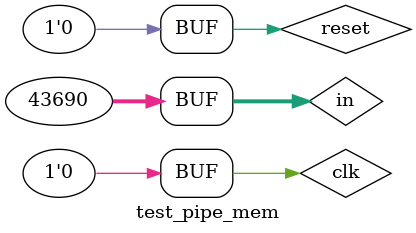
<source format=v>
`timescale 1ns / 1ps


module test_pipe_mem;
localparam T=20;
	// Inputs
	reg [31:0] in;
	reg clk;
	reg reset;

	// Outputs
	wire [31:0] out;

	// Instantiate the Unit Under Test (UUT)
	pipe_mem #(.H(1), .W(32)) uut (
		.in(in), 
		.out(out), 
		.clk(clk), 
		.reset(reset)
	);

	// clock
		// 20 ns clock running forever
		always 
		begin
			clk = 1'b1;
			#(T/2);
			clk = 1'b0;
			#(T/2);
		end
		// reset for the first half cycle
	initial begin
		reset = 1'b0;
			#(T/2);
		reset = 1'b1;
			#(T/2);
		reset = 1'b0;
		
		in = 'hFFFFFFFF;
		#20;
      in = 'hAAAAFFFF;
		#20;
		in = 'h0000FFFF;
		#20;
		in = 'h0000AAAA;
		#20;
		

	end
      
endmodule


</source>
